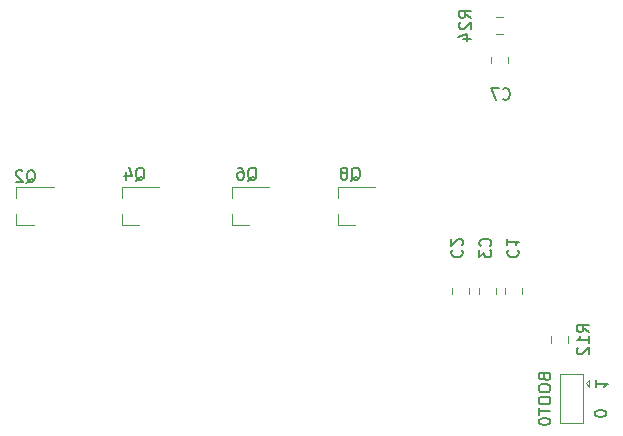
<source format=gbr>
G04 #@! TF.GenerationSoftware,KiCad,Pcbnew,(5.1.5)-3*
G04 #@! TF.CreationDate,2020-11-24T12:16:53+03:00*
G04 #@! TF.ProjectId,fast-pwm,66617374-2d70-4776-9d2e-6b696361645f,rev?*
G04 #@! TF.SameCoordinates,Original*
G04 #@! TF.FileFunction,Legend,Bot*
G04 #@! TF.FilePolarity,Positive*
%FSLAX46Y46*%
G04 Gerber Fmt 4.6, Leading zero omitted, Abs format (unit mm)*
G04 Created by KiCad (PCBNEW (5.1.5)-3) date 2020-11-24 12:16:53*
%MOMM*%
%LPD*%
G04 APERTURE LIST*
%ADD10C,0.150000*%
%ADD11C,0.120000*%
G04 APERTURE END LIST*
D10*
X82452380Y-160452380D02*
X82452380Y-160547619D01*
X82500000Y-160642857D01*
X82547619Y-160690476D01*
X82642857Y-160738095D01*
X82833333Y-160785714D01*
X83071428Y-160785714D01*
X83261904Y-160738095D01*
X83357142Y-160690476D01*
X83404761Y-160642857D01*
X83452380Y-160547619D01*
X83452380Y-160452380D01*
X83404761Y-160357142D01*
X83357142Y-160309523D01*
X83261904Y-160261904D01*
X83071428Y-160214285D01*
X82833333Y-160214285D01*
X82642857Y-160261904D01*
X82547619Y-160309523D01*
X82500000Y-160357142D01*
X82452380Y-160452380D01*
X82547619Y-157714285D02*
X82547619Y-158285714D01*
X82547619Y-158000000D02*
X83547619Y-158000000D01*
X83404761Y-158095238D01*
X83309523Y-158190476D01*
X83261904Y-158285714D01*
D11*
X79500000Y-157200000D02*
X79500000Y-161300000D01*
X79500000Y-161300000D02*
X81500000Y-161300000D01*
X81500000Y-161300000D02*
X81500000Y-157200000D01*
X81500000Y-157200000D02*
X79500000Y-157200000D01*
X81700000Y-157950000D02*
X82000000Y-157650000D01*
X82000000Y-157650000D02*
X82000000Y-158250000D01*
X81700000Y-157950000D02*
X82000000Y-158250000D01*
X72642270Y-150381022D02*
X72642270Y-149858518D01*
X74062270Y-150381022D02*
X74062270Y-149858518D01*
X78790000Y-154511252D02*
X78790000Y-153988748D01*
X80210000Y-154511252D02*
X80210000Y-153988748D01*
X76325012Y-149858518D02*
X76325012Y-150381022D01*
X74905012Y-149858518D02*
X74905012Y-150381022D01*
X70379529Y-150381022D02*
X70379529Y-149858518D01*
X71799529Y-150381022D02*
X71799529Y-149858518D01*
X60690000Y-144530000D02*
X62150000Y-144530000D01*
X60690000Y-141370000D02*
X63850000Y-141370000D01*
X60690000Y-141370000D02*
X60690000Y-142300000D01*
X60690000Y-144530000D02*
X60690000Y-143600000D01*
X51740000Y-144530000D02*
X53200000Y-144530000D01*
X51740000Y-141370000D02*
X54900000Y-141370000D01*
X51740000Y-141370000D02*
X51740000Y-142300000D01*
X51740000Y-144530000D02*
X51740000Y-143600000D01*
X42440000Y-144530000D02*
X43900000Y-144530000D01*
X42440000Y-141370000D02*
X45600000Y-141370000D01*
X42440000Y-141370000D02*
X42440000Y-142300000D01*
X42440000Y-144530000D02*
X42440000Y-143600000D01*
X33490000Y-144530000D02*
X34950000Y-144530000D01*
X33490000Y-141370000D02*
X36650000Y-141370000D01*
X33490000Y-141370000D02*
X33490000Y-142300000D01*
X33490000Y-144530000D02*
X33490000Y-143600000D01*
X74661252Y-128360000D02*
X74138748Y-128360000D01*
X74661252Y-126940000D02*
X74138748Y-126940000D01*
X73690000Y-130861252D02*
X73690000Y-130338748D01*
X75110000Y-130861252D02*
X75110000Y-130338748D01*
D10*
X78178571Y-157416666D02*
X78226190Y-157559523D01*
X78273809Y-157607142D01*
X78369047Y-157654761D01*
X78511904Y-157654761D01*
X78607142Y-157607142D01*
X78654761Y-157559523D01*
X78702380Y-157464285D01*
X78702380Y-157083333D01*
X77702380Y-157083333D01*
X77702380Y-157416666D01*
X77750000Y-157511904D01*
X77797619Y-157559523D01*
X77892857Y-157607142D01*
X77988095Y-157607142D01*
X78083333Y-157559523D01*
X78130952Y-157511904D01*
X78178571Y-157416666D01*
X78178571Y-157083333D01*
X77702380Y-158273809D02*
X77702380Y-158464285D01*
X77750000Y-158559523D01*
X77845238Y-158654761D01*
X78035714Y-158702380D01*
X78369047Y-158702380D01*
X78559523Y-158654761D01*
X78654761Y-158559523D01*
X78702380Y-158464285D01*
X78702380Y-158273809D01*
X78654761Y-158178571D01*
X78559523Y-158083333D01*
X78369047Y-158035714D01*
X78035714Y-158035714D01*
X77845238Y-158083333D01*
X77750000Y-158178571D01*
X77702380Y-158273809D01*
X77702380Y-159321428D02*
X77702380Y-159511904D01*
X77750000Y-159607142D01*
X77845238Y-159702380D01*
X78035714Y-159750000D01*
X78369047Y-159750000D01*
X78559523Y-159702380D01*
X78654761Y-159607142D01*
X78702380Y-159511904D01*
X78702380Y-159321428D01*
X78654761Y-159226190D01*
X78559523Y-159130952D01*
X78369047Y-159083333D01*
X78035714Y-159083333D01*
X77845238Y-159130952D01*
X77750000Y-159226190D01*
X77702380Y-159321428D01*
X77702380Y-160035714D02*
X77702380Y-160607142D01*
X78702380Y-160321428D02*
X77702380Y-160321428D01*
X77702380Y-161130952D02*
X77702380Y-161226190D01*
X77750000Y-161321428D01*
X77797619Y-161369047D01*
X77892857Y-161416666D01*
X78083333Y-161464285D01*
X78321428Y-161464285D01*
X78511904Y-161416666D01*
X78607142Y-161369047D01*
X78654761Y-161321428D01*
X78702380Y-161226190D01*
X78702380Y-161130952D01*
X78654761Y-161035714D01*
X78607142Y-160988095D01*
X78511904Y-160940476D01*
X78321428Y-160892857D01*
X78083333Y-160892857D01*
X77892857Y-160940476D01*
X77797619Y-160988095D01*
X77750000Y-161035714D01*
X77702380Y-161130952D01*
X75142857Y-146666666D02*
X75095238Y-146714285D01*
X75047619Y-146857142D01*
X75047619Y-146952380D01*
X75095238Y-147095238D01*
X75190476Y-147190476D01*
X75285714Y-147238095D01*
X75476190Y-147285714D01*
X75619047Y-147285714D01*
X75809523Y-147238095D01*
X75904761Y-147190476D01*
X76000000Y-147095238D01*
X76047619Y-146952380D01*
X76047619Y-146857142D01*
X76000000Y-146714285D01*
X75952380Y-146666666D01*
X75047619Y-145714285D02*
X75047619Y-146285714D01*
X75047619Y-146000000D02*
X76047619Y-146000000D01*
X75904761Y-146095238D01*
X75809523Y-146190476D01*
X75761904Y-146285714D01*
X81952380Y-153607142D02*
X81476190Y-153273809D01*
X81952380Y-153035714D02*
X80952380Y-153035714D01*
X80952380Y-153416666D01*
X81000000Y-153511904D01*
X81047619Y-153559523D01*
X81142857Y-153607142D01*
X81285714Y-153607142D01*
X81380952Y-153559523D01*
X81428571Y-153511904D01*
X81476190Y-153416666D01*
X81476190Y-153035714D01*
X81952380Y-154559523D02*
X81952380Y-153988095D01*
X81952380Y-154273809D02*
X80952380Y-154273809D01*
X81095238Y-154178571D01*
X81190476Y-154083333D01*
X81238095Y-153988095D01*
X81047619Y-154940476D02*
X81000000Y-154988095D01*
X80952380Y-155083333D01*
X80952380Y-155321428D01*
X81000000Y-155416666D01*
X81047619Y-155464285D01*
X81142857Y-155511904D01*
X81238095Y-155511904D01*
X81380952Y-155464285D01*
X81952380Y-154892857D01*
X81952380Y-155511904D01*
X73607142Y-146333333D02*
X73654761Y-146285714D01*
X73702380Y-146142857D01*
X73702380Y-146047619D01*
X73654761Y-145904761D01*
X73559523Y-145809523D01*
X73464285Y-145761904D01*
X73273809Y-145714285D01*
X73130952Y-145714285D01*
X72940476Y-145761904D01*
X72845238Y-145809523D01*
X72750000Y-145904761D01*
X72702380Y-146047619D01*
X72702380Y-146142857D01*
X72750000Y-146285714D01*
X72797619Y-146333333D01*
X72702380Y-146666666D02*
X72702380Y-147285714D01*
X73083333Y-146952380D01*
X73083333Y-147095238D01*
X73130952Y-147190476D01*
X73178571Y-147238095D01*
X73273809Y-147285714D01*
X73511904Y-147285714D01*
X73607142Y-147238095D01*
X73654761Y-147190476D01*
X73702380Y-147095238D01*
X73702380Y-146809523D01*
X73654761Y-146714285D01*
X73607142Y-146666666D01*
X70392857Y-146666666D02*
X70345238Y-146714285D01*
X70297619Y-146857142D01*
X70297619Y-146952380D01*
X70345238Y-147095238D01*
X70440476Y-147190476D01*
X70535714Y-147238095D01*
X70726190Y-147285714D01*
X70869047Y-147285714D01*
X71059523Y-147238095D01*
X71154761Y-147190476D01*
X71250000Y-147095238D01*
X71297619Y-146952380D01*
X71297619Y-146857142D01*
X71250000Y-146714285D01*
X71202380Y-146666666D01*
X71202380Y-146285714D02*
X71250000Y-146238095D01*
X71297619Y-146142857D01*
X71297619Y-145904761D01*
X71250000Y-145809523D01*
X71202380Y-145761904D01*
X71107142Y-145714285D01*
X71011904Y-145714285D01*
X70869047Y-145761904D01*
X70297619Y-146333333D01*
X70297619Y-145714285D01*
X61845238Y-140797619D02*
X61940476Y-140750000D01*
X62035714Y-140654761D01*
X62178571Y-140511904D01*
X62273809Y-140464285D01*
X62369047Y-140464285D01*
X62321428Y-140702380D02*
X62416666Y-140654761D01*
X62511904Y-140559523D01*
X62559523Y-140369047D01*
X62559523Y-140035714D01*
X62511904Y-139845238D01*
X62416666Y-139750000D01*
X62321428Y-139702380D01*
X62130952Y-139702380D01*
X62035714Y-139750000D01*
X61940476Y-139845238D01*
X61892857Y-140035714D01*
X61892857Y-140369047D01*
X61940476Y-140559523D01*
X62035714Y-140654761D01*
X62130952Y-140702380D01*
X62321428Y-140702380D01*
X61321428Y-140130952D02*
X61416666Y-140083333D01*
X61464285Y-140035714D01*
X61511904Y-139940476D01*
X61511904Y-139892857D01*
X61464285Y-139797619D01*
X61416666Y-139750000D01*
X61321428Y-139702380D01*
X61130952Y-139702380D01*
X61035714Y-139750000D01*
X60988095Y-139797619D01*
X60940476Y-139892857D01*
X60940476Y-139940476D01*
X60988095Y-140035714D01*
X61035714Y-140083333D01*
X61130952Y-140130952D01*
X61321428Y-140130952D01*
X61416666Y-140178571D01*
X61464285Y-140226190D01*
X61511904Y-140321428D01*
X61511904Y-140511904D01*
X61464285Y-140607142D01*
X61416666Y-140654761D01*
X61321428Y-140702380D01*
X61130952Y-140702380D01*
X61035714Y-140654761D01*
X60988095Y-140607142D01*
X60940476Y-140511904D01*
X60940476Y-140321428D01*
X60988095Y-140226190D01*
X61035714Y-140178571D01*
X61130952Y-140130952D01*
X53095238Y-140797619D02*
X53190476Y-140750000D01*
X53285714Y-140654761D01*
X53428571Y-140511904D01*
X53523809Y-140464285D01*
X53619047Y-140464285D01*
X53571428Y-140702380D02*
X53666666Y-140654761D01*
X53761904Y-140559523D01*
X53809523Y-140369047D01*
X53809523Y-140035714D01*
X53761904Y-139845238D01*
X53666666Y-139750000D01*
X53571428Y-139702380D01*
X53380952Y-139702380D01*
X53285714Y-139750000D01*
X53190476Y-139845238D01*
X53142857Y-140035714D01*
X53142857Y-140369047D01*
X53190476Y-140559523D01*
X53285714Y-140654761D01*
X53380952Y-140702380D01*
X53571428Y-140702380D01*
X52285714Y-139702380D02*
X52476190Y-139702380D01*
X52571428Y-139750000D01*
X52619047Y-139797619D01*
X52714285Y-139940476D01*
X52761904Y-140130952D01*
X52761904Y-140511904D01*
X52714285Y-140607142D01*
X52666666Y-140654761D01*
X52571428Y-140702380D01*
X52380952Y-140702380D01*
X52285714Y-140654761D01*
X52238095Y-140607142D01*
X52190476Y-140511904D01*
X52190476Y-140273809D01*
X52238095Y-140178571D01*
X52285714Y-140130952D01*
X52380952Y-140083333D01*
X52571428Y-140083333D01*
X52666666Y-140130952D01*
X52714285Y-140178571D01*
X52761904Y-140273809D01*
X43595238Y-140797619D02*
X43690476Y-140750000D01*
X43785714Y-140654761D01*
X43928571Y-140511904D01*
X44023809Y-140464285D01*
X44119047Y-140464285D01*
X44071428Y-140702380D02*
X44166666Y-140654761D01*
X44261904Y-140559523D01*
X44309523Y-140369047D01*
X44309523Y-140035714D01*
X44261904Y-139845238D01*
X44166666Y-139750000D01*
X44071428Y-139702380D01*
X43880952Y-139702380D01*
X43785714Y-139750000D01*
X43690476Y-139845238D01*
X43642857Y-140035714D01*
X43642857Y-140369047D01*
X43690476Y-140559523D01*
X43785714Y-140654761D01*
X43880952Y-140702380D01*
X44071428Y-140702380D01*
X42785714Y-140035714D02*
X42785714Y-140702380D01*
X43023809Y-139654761D02*
X43261904Y-140369047D01*
X42642857Y-140369047D01*
X34345238Y-140997619D02*
X34440476Y-140950000D01*
X34535714Y-140854761D01*
X34678571Y-140711904D01*
X34773809Y-140664285D01*
X34869047Y-140664285D01*
X34821428Y-140902380D02*
X34916666Y-140854761D01*
X35011904Y-140759523D01*
X35059523Y-140569047D01*
X35059523Y-140235714D01*
X35011904Y-140045238D01*
X34916666Y-139950000D01*
X34821428Y-139902380D01*
X34630952Y-139902380D01*
X34535714Y-139950000D01*
X34440476Y-140045238D01*
X34392857Y-140235714D01*
X34392857Y-140569047D01*
X34440476Y-140759523D01*
X34535714Y-140854761D01*
X34630952Y-140902380D01*
X34821428Y-140902380D01*
X34011904Y-139997619D02*
X33964285Y-139950000D01*
X33869047Y-139902380D01*
X33630952Y-139902380D01*
X33535714Y-139950000D01*
X33488095Y-139997619D01*
X33440476Y-140092857D01*
X33440476Y-140188095D01*
X33488095Y-140330952D01*
X34059523Y-140902380D01*
X33440476Y-140902380D01*
X71972080Y-127023242D02*
X71495890Y-126689909D01*
X71972080Y-126451814D02*
X70972080Y-126451814D01*
X70972080Y-126832766D01*
X71019700Y-126928004D01*
X71067319Y-126975623D01*
X71162557Y-127023242D01*
X71305414Y-127023242D01*
X71400652Y-126975623D01*
X71448271Y-126928004D01*
X71495890Y-126832766D01*
X71495890Y-126451814D01*
X71067319Y-127404195D02*
X71019700Y-127451814D01*
X70972080Y-127547052D01*
X70972080Y-127785147D01*
X71019700Y-127880385D01*
X71067319Y-127928004D01*
X71162557Y-127975623D01*
X71257795Y-127975623D01*
X71400652Y-127928004D01*
X71972080Y-127356576D01*
X71972080Y-127975623D01*
X71305414Y-128832766D02*
X71972080Y-128832766D01*
X70924461Y-128594671D02*
X71638747Y-128356576D01*
X71638747Y-128975623D01*
X74666666Y-133857142D02*
X74714285Y-133904761D01*
X74857142Y-133952380D01*
X74952380Y-133952380D01*
X75095238Y-133904761D01*
X75190476Y-133809523D01*
X75238095Y-133714285D01*
X75285714Y-133523809D01*
X75285714Y-133380952D01*
X75238095Y-133190476D01*
X75190476Y-133095238D01*
X75095238Y-133000000D01*
X74952380Y-132952380D01*
X74857142Y-132952380D01*
X74714285Y-133000000D01*
X74666666Y-133047619D01*
X74333333Y-132952380D02*
X73666666Y-132952380D01*
X74095238Y-133952380D01*
M02*

</source>
